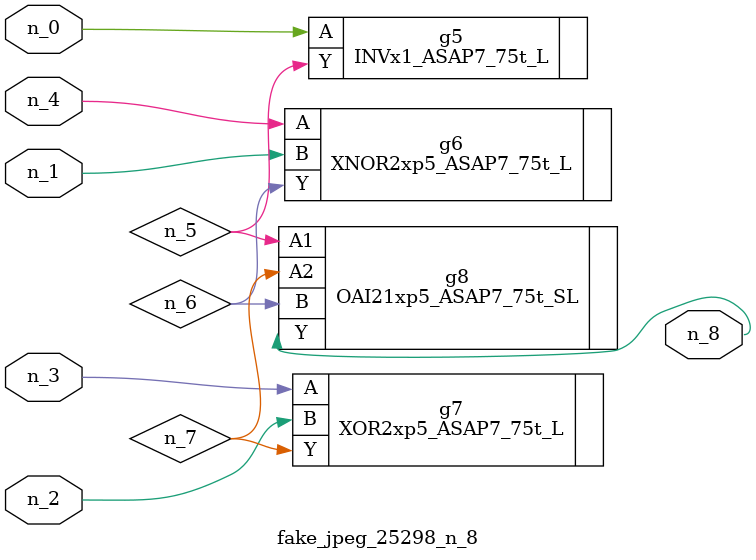
<source format=v>
module fake_jpeg_25298_n_8 (n_3, n_2, n_1, n_0, n_4, n_8);

input n_3;
input n_2;
input n_1;
input n_0;
input n_4;

output n_8;

wire n_6;
wire n_5;
wire n_7;

INVx1_ASAP7_75t_L g5 ( 
.A(n_0),
.Y(n_5)
);

XNOR2xp5_ASAP7_75t_L g6 ( 
.A(n_4),
.B(n_1),
.Y(n_6)
);

XOR2xp5_ASAP7_75t_L g7 ( 
.A(n_3),
.B(n_2),
.Y(n_7)
);

OAI21xp5_ASAP7_75t_SL g8 ( 
.A1(n_5),
.A2(n_7),
.B(n_6),
.Y(n_8)
);


endmodule
</source>
